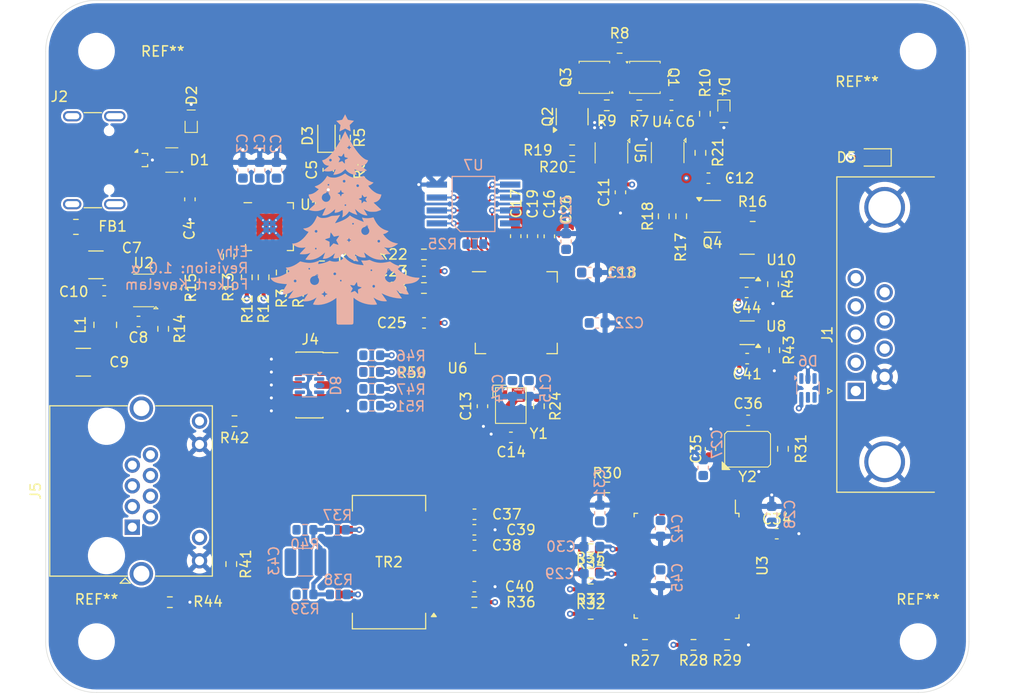
<source format=kicad_pcb>
(kicad_pcb
	(version 20241229)
	(generator "pcbnew")
	(generator_version "9.0")
	(general
		(thickness 1.6)
		(legacy_teardrops no)
	)
	(paper "A4")
	(layers
		(0 "F.Cu" signal)
		(4 "In1.Cu" signal)
		(6 "In2.Cu" signal)
		(2 "B.Cu" signal)
		(9 "F.Adhes" user "F.Adhesive")
		(11 "B.Adhes" user "B.Adhesive")
		(13 "F.Paste" user)
		(15 "B.Paste" user)
		(5 "F.SilkS" user "F.Silkscreen")
		(7 "B.SilkS" user "B.Silkscreen")
		(1 "F.Mask" user)
		(3 "B.Mask" user)
		(17 "Dwgs.User" user "User.Drawings")
		(19 "Cmts.User" user "User.Comments")
		(21 "Eco1.User" user "User.Eco1")
		(23 "Eco2.User" user "User.Eco2")
		(25 "Edge.Cuts" user)
		(27 "Margin" user)
		(31 "F.CrtYd" user "F.Courtyard")
		(29 "B.CrtYd" user "B.Courtyard")
		(35 "F.Fab" user)
		(33 "B.Fab" user)
		(39 "User.1" user)
		(41 "User.2" user)
		(43 "User.3" user)
		(45 "User.4" user)
	)
	(setup
		(stackup
			(layer "F.SilkS"
				(type "Top Silk Screen")
			)
			(layer "F.Paste"
				(type "Top Solder Paste")
			)
			(layer "F.Mask"
				(type "Top Solder Mask")
				(thickness 0.01)
			)
			(layer "F.Cu"
				(type "copper")
				(thickness 0.035)
			)
			(layer "dielectric 1"
				(type "prepreg")
				(thickness 0.1)
				(material "FR4")
				(epsilon_r 4.5)
				(loss_tangent 0.02)
			)
			(layer "In1.Cu"
				(type "copper")
				(thickness 0.035)
			)
			(layer "dielectric 2"
				(type "core")
				(thickness 1.24)
				(material "FR4")
				(epsilon_r 4.5)
				(loss_tangent 0.02)
			)
			(layer "In2.Cu"
				(type "copper")
				(thickness 0.035)
			)
			(layer "dielectric 3"
				(type "prepreg")
				(thickness 0.1)
				(material "FR4")
				(epsilon_r 4.5)
				(loss_tangent 0.02)
			)
			(layer "B.Cu"
				(type "copper")
				(thickness 0.035)
			)
			(layer "B.Mask"
				(type "Bottom Solder Mask")
				(thickness 0.01)
			)
			(layer "B.Paste"
				(type "Bottom Solder Paste")
			)
			(layer "B.SilkS"
				(type "Bottom Silk Screen")
			)
			(copper_finish "None")
			(dielectric_constraints no)
		)
		(pad_to_mask_clearance 0)
		(allow_soldermask_bridges_in_footprints no)
		(tenting front back)
		(pcbplotparams
			(layerselection 0x00000000_00000000_55555555_5755f5ff)
			(plot_on_all_layers_selection 0x00000000_00000000_00000000_00000000)
			(disableapertmacros no)
			(usegerberextensions no)
			(usegerberattributes yes)
			(usegerberadvancedattributes yes)
			(creategerberjobfile yes)
			(dashed_line_dash_ratio 12.000000)
			(dashed_line_gap_ratio 3.000000)
			(svgprecision 4)
			(plotframeref no)
			(mode 1)
			(useauxorigin no)
			(hpglpennumber 1)
			(hpglpenspeed 20)
			(hpglpendiameter 15.000000)
			(pdf_front_fp_property_popups yes)
			(pdf_back_fp_property_popups yes)
			(pdf_metadata yes)
			(pdf_single_document no)
			(dxfpolygonmode yes)
			(dxfimperialunits yes)
			(dxfusepcbnewfont yes)
			(psnegative no)
			(psa4output no)
			(plot_black_and_white yes)
			(sketchpadsonfab no)
			(plotpadnumbers no)
			(hidednponfab no)
			(sketchdnponfab yes)
			(crossoutdnponfab yes)
			(subtractmaskfromsilk no)
			(outputformat 1)
			(mirror no)
			(drillshape 0)
			(scaleselection 1)
			(outputdirectory "output/")
		)
	)
	(net 0 "")
	(net 1 "/Power/2v7")
	(net 2 "GND")
	(net 3 "Net-(U1-VREG_1V2)")
	(net 4 "Net-(U1-VDD)")
	(net 5 "/Power/Vbus")
	(net 6 "Net-(D3-K)")
	(net 7 "Net-(C6-Pad1)")
	(net 8 "+VDC")
	(net 9 "Net-(U2-CB)")
	(net 10 "Net-(U2-SW)")
	(net 11 "+3V3")
	(net 12 "Net-(U6-Xin)")
	(net 13 "Net-(C14-Pad2)")
	(net 14 "+1V1")
	(net 15 "Net-(U3-Vcap)")
	(net 16 "Net-(U3-OSC1)")
	(net 17 "Net-(C36-Pad1)")
	(net 18 "MAG_IN+")
	(net 19 "TPIN+")
	(net 20 "MAG_IN-")
	(net 21 "TPIN-")
	(net 22 "MAG_IN_Center")
	(net 23 "MAG_OUT_Center")
	(net 24 "Net-(C43-Pad2)")
	(net 25 "GNDPWR")
	(net 26 "/Power/CC2")
	(net 27 "/Power/CC1")
	(net 28 "Net-(D5-K)")
	(net 29 "DATA_LED")
	(net 30 "sense_2_proc")
	(net 31 "sense_1_proc")
	(net 32 "CLK_LED")
	(net 33 "/P3")
	(net 34 "/P4")
	(net 35 "/P2")
	(net 36 "/P1")
	(net 37 "Net-(J2-SHIELD)")
	(net 38 "Net-(U11-D+)")
	(net 39 "Net-(U11-D-)")
	(net 40 "RX+")
	(net 41 "TX-")
	(net 42 "Net-(J5-Pad10)")
	(net 43 "Net-(J5-Pad7)")
	(net 44 "Net-(J5-Pad4)")
	(net 45 "RX-")
	(net 46 "Net-(J5-Pad12)")
	(net 47 "TX+")
	(net 48 "Net-(Q1-Pad4)")
	(net 49 "Net-(Q2-G)")
	(net 50 "Net-(Q2-D)")
	(net 51 "Net-(Q4-D)")
	(net 52 "Net-(Q4-G)")
	(net 53 "Net-(U1-ADDR0)")
	(net 54 "Net-(U1-ADDR1)")
	(net 55 "Net-(U1-VBUS_VS_DISCH)")
	(net 56 "/Power/DISCH")
	(net 57 "SCL")
	(net 58 "SDA")
	(net 59 "RESET")
	(net 60 "Net-(U2-FB)")
	(net 61 "Discharge")
	(net 62 "Net-(R20-Pad2)")
	(net 63 "Net-(U1-VBUS_EN_SNK)")
	(net 64 "D-")
	(net 65 "D+")
	(net 66 "Net-(U6-Xout)")
	(net 67 "Net-(U6-QSPI_SS_N)")
	(net 68 "~{INT}")
	(net 69 "Net-(U3-PSPCFG0)")
	(net 70 "Net-(U3-Rbias)")
	(net 71 "Net-(U3-OSC2)")
	(net 72 "MAG_OUT+")
	(net 73 "MAG_OUT-")
	(net 74 "Net-(TR2-C_RX)")
	(net 75 "Net-(TR2-C_TX)")
	(net 76 "LED_B")
	(net 77 "LED_A")
	(net 78 "Net-(U6-SWCLK)")
	(net 79 "unconnected-(U1-POWER_OK3-Pad14)")
	(net 80 "unconnected-(U1-A_B_SIDE-Pad17)")
	(net 81 "unconnected-(U1-POWER_OK2-Pad20)")
	(net 82 "ALERT")
	(net 83 "unconnected-(U1-NC-Pad3)")
	(net 84 "unconnected-(U1-Attach-Pad11)")
	(net 85 "unconnected-(U1-GPIO-Pad15)")
	(net 86 "Net-(U3-AD3)")
	(net 87 "Net-(U3-AD12)")
	(net 88 "Net-(U3-AD14)")
	(net 89 "Net-(U3-AD10)")
	(net 90 "Net-(U3-AD5)")
	(net 91 "Net-(U3-AD9)")
	(net 92 "Net-(U3-AD4)")
	(net 93 "unconnected-(U3-CLKOUT-Pad23)")
	(net 94 "Net-(U3-AD2)")
	(net 95 "Net-(U3-AD11)")
	(net 96 "Net-(U3-AD8)")
	(net 97 "Net-(U3-AD13)")
	(net 98 "Net-(U3-AD1)")
	(net 99 "Net-(U3-AD0)")
	(net 100 "Net-(U3-AD6)")
	(net 101 "Net-(U3-AD7)")
	(net 102 "Net-(U4-Pad4)")
	(net 103 "Enable")
	(net 104 "Net-(U6-QSPI_SD2)")
	(net 105 "Net-(U6-QSPI_SD1)")
	(net 106 "MEAS_1")
	(net 107 "MEAS_2")
	(net 108 "Net-(U6-QSPI_SD3)")
	(net 109 "Net-(U6-QSPI_SCLK)")
	(net 110 "Net-(U6-QSPI_SD0)")
	(net 111 "Net-(U3-SI{slash}RD{slash}R~{W})")
	(net 112 "Net-(U3-~{CS}{slash}CS)")
	(net 113 "Net-(U3-SO{slash}WR{slash}EN)")
	(net 114 "Net-(U3-SCK{slash}AL)")
	(footprint "Resistor_SMD:R_0603_1608Metric" (layer "F.Cu") (at 109.982 93.16895 -90))
	(footprint "Capacitor_SMD:C_0603_1608Metric" (layer "F.Cu") (at 161.008 109.269 180))
	(footprint "Resistor_SMD:R_0603_1608Metric" (layer "F.Cu") (at 111.76 95.21315 90))
	(footprint "Capacitor_SMD:C_1210_3225Metric" (layer "F.Cu") (at 95.7054 103.5558 180))
	(footprint "Resistor_SMD:R_0603_1608Metric" (layer "F.Cu") (at 145.542 125.857 180))
	(footprint "Pyllr_Package_DFN_QFN:QFN-56_1EP_7.75x7.75mm_P0.4mm_3.2x3.2mm" (layer "F.Cu") (at 138.23 98.6875))
	(footprint "Resistor_SMD:R_0603_1608Metric" (layer "F.Cu") (at 121.412 84.645 -90))
	(footprint "Capacitor_SMD:C_0603_1608Metric" (layer "F.Cu") (at 137.7028 110.9361))
	(footprint "Capacitor_SMD:C_0603_1608Metric" (layer "F.Cu") (at 134.9088 107.8751 90))
	(footprint "Capacitor_SMD:C_0603_1608Metric" (layer "F.Cu") (at 134.125 118.491 180))
	(footprint "Resistor_SMD:R_0603_1608Metric" (layer "F.Cu") (at 154.432 89.2178 -90))
	(footprint "Capacitor_SMD:C_0603_1608Metric" (layer "F.Cu") (at 157.109 85.4802 180))
	(footprint "Capacitor_SMD:C_0603_1608Metric" (layer "F.Cu") (at 134.112 120.015 180))
	(footprint "Pyllr_Package_Crystal:CFPX-180" (layer "F.Cu") (at 160.952 112.102))
	(footprint "Resistor_SMD:R_0603_1608Metric" (layer "F.Cu") (at 147.1218 78.3174))
	(footprint "MountingHole:MountingHole_3.2mm_M3" (layer "F.Cu") (at 97 73))
	(footprint "Capacitor_SMD:C_0603_1608Metric" (layer "F.Cu") (at 145.428 94.742))
	(footprint "Resistor_SMD:R_0603_1608Metric" (layer "F.Cu") (at 148.3796 72.6786))
	(footprint "Connector_Dsub:DSUB-9_Pins_Horizontal_P2.77x2.84mm_EdgePinOffset4.94mm_Housed_MountingHolesOffset4.94mm" (layer "F.Cu") (at 171.577 106.378 90))
	(footprint "Package_TO_SOT_SMD:SOT-353_SC-70-5" (layer "F.Cu") (at 160.909 100.6602 180))
	(footprint "Resistor_SMD:R_0603_1608Metric" (layer "F.Cu") (at 103.5462 100.2758 90))
	(footprint "Resistor_SMD:R_0603_1608Metric" (layer "F.Cu") (at 145.542 128.27))
	(footprint "Resistor_SMD:R_0603_1608Metric" (layer "F.Cu") (at 145.529 121.92 180))
	(footprint "Capacitor_SMD:C_0603_1608Metric" (layer "F.Cu") (at 160.909 103.2002))
	(footprint "Capacitor_SMD:C_0603_1608Metric" (layer "F.Cu") (at 157.312 112.076 90))
	(footprint "Package_TO_SOT_SMD:SOT-353_SC-70-5" (layer "F.Cu") (at 160.909 94.107 180))
	(footprint "Resistor_SMD:R_0603_1608Metric" (layer "F.Cu") (at 152.7161 89.2178 -90))
	(footprint "Resistor_SMD:R_0603_1608Metric" (layer "F.Cu") (at 113.411 95.21315 90))
	(footprint "Capacitor_SMD:C_0603_1608Metric" (layer "F.Cu") (at 148.463 86.8642 -90))
	(footprint "Resistor_SMD:R_0603_1608Metric" (layer "F.Cu") (at 156.3166 82.991 90))
	(footprint "Diode_SMD:D_SOD-323" (layer "F.Cu") (at 119.5832 81.3212 90))
	(footprint "Capacitor_SMD:C_0603_1608Metric" (layer "F.Cu") (at 119.761 84.6572 -90))
	(footprint "MountingHole:MountingHole_3.2mm_M3" (layer "F.Cu") (at 97 131))
	(footprint "Capacitor_SMD:C_0603_1608Metric" (layer "F.Cu") (at 153.4726 78.3174))
	(footprint "Capacitor_SMD:C_0603_1608Metric" (layer "F.Cu") (at 101.122 99.5528 180))
	(footprint "Resistor_SMD:R_0603_1608Metric" (layer "F.Cu") (at 155.638 131.318))
	(footprint "Capacitor_SMD:C_0603_1608Metric" (layer "F.Cu") (at 143.129 91.694 90))
	(footprint "Pyllr_Package_TO_SOT_SMD:SOT23-5_2.6W" (layer "F.Cu") (at 147.579 82.991 -90))
	(footprint "MountingHole:MountingHole_3.2mm_M3" (layer "F.Cu") (at 177.7 131))
	(footprint "Package_TO_SOT_SMD:SOT-23-3" (layer "F.Cu") (at 157.4975 89.2242))
	(footprint "Pyllr_Package_TO_SOT_SMD:SOT323-3L" (layer "F.Cu") (at 104.394 83.693 90))
	(footprint "Resistor_SMD:R_0805_2012Metric"
		(layer "F.Cu")
		(uuid "5e442a6c-29f0-4262-8aa0-35abdd3e088a")
		(at 94.9743 90.2619)
		(descr "Resistor SMD 0805 (2012 Metric), square (rectangular) end terminal, IPC-7351 nominal, (Body size source: IPC-SM-782 page 72, https://www.pcb-3d.com/wordpress/wp-content/uploads/ipc-sm-782a_amendment_1_and_2.pdf), generated with kicad-footprint-generator")
		(tags "resistor")
		(property "Reference" "FB1"
			(at 3.6068 -0.0508 0)
			(layer "F.SilkS")
			(uuid "05e6995f-af4f-4ffa-a579-8db0c6c69be2")
			(effects
				(font
					(size 1 1)
					(thickness 0.15)
				)
			)
		)
		(property "Value" "FerriteBead_Small"
			(at 0 1.65 0)
			(layer "F.Fab")
			(uuid "4d9a5581-57e5-420a-b021-9c05dbce0637")
			(effects
				(font
					(size 1 1)
					(thickness 0.15)
				)
			)
		)
		(property "Datasheet" ""
			(at 0 0 0)
			(layer "F.Fab")
			(hide yes)
			(uuid "59f80e43-80fe-4a96-9bad-69e186b5b739")
			(effects
				(font
					(size 1.27 1.27)
					(thickness 0.15)
				)
			)
		)
		(property "Description" "Ferrite bead, small symbol"
			(at 0 0 0)
			(layer "F.Fab")
			(hide yes)
			(uuid "0d40c197-aef4-42d8-9cb8-4f987e1211fd")
			(effects
				(font
					(size 1.27 1.27)
					(thickness 0.15)
				)
			)
		)
		(property ki_fp_filters "Inductor_* L_* *Ferrite*")
		(path "/a3f38914-20f8-40e8-9e67-e1e2d7953203")
		(sheetname "/")
		(sheetfile "Ethy.kicad_sch")
		(attr smd)
		(fp_line
			(start -0.227064 -0.735)
			(end 0.227064 -0.735)
			(stroke
				(width 0.12)
				(type solid)
			)
			(layer "F.SilkS")
			(uuid "0696d7ef-4e3f-472b-b270-2a7e4e07b5cf")
		)
		(fp_line
			(start -0.227064 0.735)
			(end 0.227064 0.735)
			(stroke
				(width 0.12)
				(type solid)
			)
			(layer "F.SilkS")
			(uuid "7b09f688-87d6-4c53-bdae-705c22f3c91d")
		)
		(fp_line
			(start -1.68 -0.95)
			(end 1.68 -0.95)
			(stroke
				(width 0.05)
				(type solid)
			)
			(layer "F.CrtYd")
			(uuid "edc1970a-52c5-46fa-933a-9c5591052001")
		)
		(fp_line
			(start -1.68 0.95)
			(end -1.68 -0.95)
			
... [938843 chars truncated]
</source>
